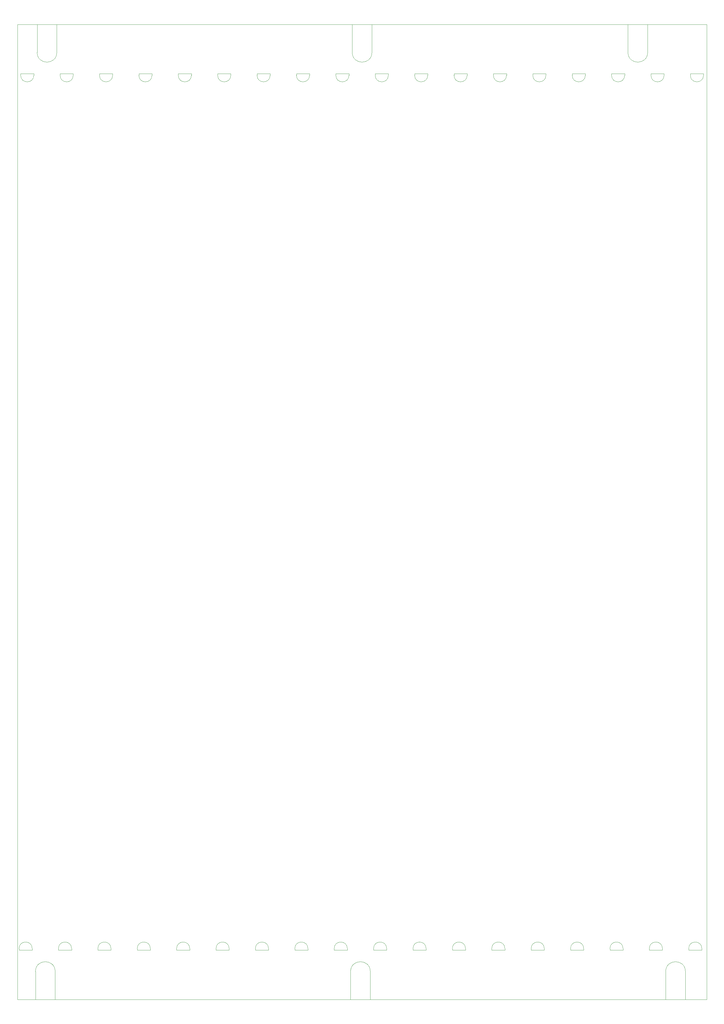
<source format=gbr>
G04 Generated by CircuitCAM 6.1.5.1159*
%FSLAX23Y23*%
%MOMM*%
%ADD10C,0.100000*%
%LNBoardOutline*%
%LPD*%
G54D10*
X-105000Y-148500D02*
X105000Y-148500D01*
X105000Y148500D01*
X-105000Y148500D01*
X-105000Y-148500D01*
X32000Y133501D02*
X28000Y133501D01*
X28000Y133000D01*
G75*
G03X32000Y133000I2000J0D01*
G74*
G01*
X32000Y133501D01*
X-44500Y-133498D02*
X-40499Y-133498D01*
X-40499Y-133001D01*
G75*
G03X-44500Y-133001I-2000J0D01*
G74*
G01*
X-44500Y-133498D01*
X-20499Y-133498D02*
X-16499Y-133498D01*
X-16499Y-133001D01*
G75*
G03X-20499Y-133001I-2000J0D01*
G74*
G01*
X-20499Y-133498D01*
X-32501Y-133498D02*
X-28500Y-133498D01*
X-28500Y-133001D01*
G75*
G03X-32501Y-133001I-2000J0D01*
G74*
G01*
X-32501Y-133498D01*
X99500Y-133498D02*
X103501Y-133498D01*
X103501Y-133001D01*
G75*
G03X99500Y-133001I-2000J0D01*
G74*
G01*
X99500Y-133498D01*
X87499Y-133498D02*
X91499Y-133498D01*
X91499Y-133001D01*
G75*
G03X87499Y-133001I-2000J0D01*
G74*
G01*
X87499Y-133498D01*
X-8500Y-133498D02*
X-4500Y-133498D01*
X-4500Y-133001D01*
G75*
G03X-8500Y-133001I-2000J0D01*
G74*
G01*
X-8500Y-133498D01*
X3501Y-133498D02*
X7499Y-133498D01*
X7499Y-133001D01*
G75*
G03X3501Y-133001I-1999J0D01*
G74*
G01*
X3501Y-133498D01*
X51499Y-133498D02*
X55500Y-133498D01*
X55500Y-133001D01*
G75*
G03X51499Y-133001I-2000J0D01*
G74*
G01*
X51499Y-133498D01*
X63501Y-133498D02*
X67499Y-133498D01*
X67499Y-133001D01*
G75*
G03X63501Y-133001I-1999J0D01*
G74*
G01*
X63501Y-133498D01*
X75500Y-133498D02*
X79500Y-133498D01*
X79500Y-133001D01*
G75*
G03X75500Y-133001I-2000J0D01*
G74*
G01*
X75500Y-133498D01*
X39500Y-133498D02*
X43501Y-133498D01*
X43501Y-133001D01*
G75*
G03X39500Y-133001I-2000J0D01*
G74*
G01*
X39500Y-133498D01*
X27499Y-133498D02*
X31499Y-133498D01*
X31499Y-133001D01*
G75*
G03X27499Y-133001I-2000J0D01*
G74*
G01*
X27499Y-133498D01*
X15500Y-133498D02*
X19501Y-133498D01*
X19501Y-133001D01*
G75*
G03X15500Y-133001I-2000J0D01*
G74*
G01*
X15500Y-133498D01*
X-56499Y-133498D02*
X-52501Y-133498D01*
X-52501Y-133001D01*
G75*
G03X-56499Y-133001I-1999J0D01*
G74*
G01*
X-56499Y-133498D01*
X-104500Y-133498D02*
X-100499Y-133498D01*
X-100499Y-133001D01*
G75*
G03X-104500Y-133001I-2000J0D01*
G74*
G01*
X-104500Y-133498D01*
X-68500Y-133498D02*
X-64500Y-133498D01*
X-64500Y-133001D01*
G75*
G03X-68500Y-133001I-2000J0D01*
G74*
G01*
X-68500Y-133498D01*
X-80499Y-133498D02*
X-76499Y-133498D01*
X-76499Y-133001D01*
G75*
G03X-80499Y-133001I-2000J0D01*
G74*
G01*
X-80499Y-133498D01*
X-92501Y-133498D02*
X-88500Y-133498D01*
X-88500Y-133001D01*
G75*
G03X-92501Y-133001I-2000J0D01*
G74*
G01*
X-92501Y-133498D01*
X20002Y133501D02*
X16001Y133501D01*
X16001Y133000D01*
G75*
G03X20002Y133000I2000J0D01*
G74*
G01*
X20002Y133501D01*
X44002Y133501D02*
X40001Y133501D01*
X40001Y133000D01*
G75*
G03X44002Y133000I2000J0D01*
G74*
G01*
X44002Y133501D01*
X-99998Y133501D02*
X-103999Y133501D01*
X-103999Y133000D01*
G75*
G03X-99998Y133000I2000J0D01*
G74*
G01*
X-99998Y133501D01*
X92000Y133501D02*
X88000Y133501D01*
X88000Y133000D01*
G75*
G03X92000Y133000I2000J0D01*
G74*
G01*
X92000Y133501D01*
X80001Y133501D02*
X76001Y133501D01*
X76001Y133000D01*
G75*
G03X80001Y133000I2000J0D01*
G74*
G01*
X80001Y133501D01*
X68000Y133501D02*
X64002Y133501D01*
X64002Y133000D01*
G75*
G03X68000Y133000I1999J0D01*
G74*
G01*
X68000Y133501D01*
X104002Y133501D02*
X100001Y133501D01*
X100001Y133000D01*
G75*
G03X104002Y133000I2000J0D01*
G74*
G01*
X104002Y133501D01*
X56001Y133501D02*
X52000Y133501D01*
X52000Y133000D01*
G75*
G03X56001Y133000I2000J0D01*
G74*
G01*
X56001Y133501D01*
X-16000Y133501D02*
X-19998Y133501D01*
X-19998Y133000D01*
G75*
G03X-16000Y133000I1999J0D01*
G74*
G01*
X-16000Y133501D01*
X-27999Y133501D02*
X-32000Y133501D01*
X-32000Y133000D01*
G75*
G03X-27999Y133000I2000J0D01*
G74*
G01*
X-27999Y133501D01*
X-39998Y133501D02*
X-43999Y133501D01*
X-43999Y133000D01*
G75*
G03X-39998Y133000I2000J0D01*
G74*
G01*
X-39998Y133501D01*
X-76000Y133501D02*
X-79998Y133501D01*
X-79998Y133000D01*
G75*
G03X-76000Y133000I1999J0D01*
G74*
G01*
X-76000Y133501D01*
X-63999Y133501D02*
X-67999Y133501D01*
X-67999Y133000D01*
G75*
G03X-63999Y133000I2000J0D01*
G74*
G01*
X-63999Y133501D01*
X-52000Y133501D02*
X-56000Y133501D01*
X-56000Y133000D01*
G75*
G03X-52000Y133000I2000J0D01*
G74*
G01*
X-52000Y133501D01*
X-3999Y133501D02*
X-7999Y133501D01*
X-7999Y133000D01*
G75*
G03X-3999Y133000I2000J0D01*
G74*
G01*
X-3999Y133501D01*
X8000Y133501D02*
X4000Y133501D01*
X4000Y133000D01*
G75*
G03X8000Y133000I2000J0D01*
G74*
G01*
X8000Y133501D01*
X-87999Y133501D02*
X-92000Y133501D01*
X-92000Y133000D01*
G75*
G03X-87999Y133000I2000J0D01*
G74*
G01*
X-87999Y133501D01*
X-93497Y-148495D02*
X-93499Y-140001D01*
G75*
G03X-99501Y-140001I-3001J0D01*
G74*
G01*
X-99501Y-148496D01*
X2497Y-148488D02*
X2500Y-140001D01*
G75*
G03X-3499Y-140001I-3000J0D01*
G74*
G01*
X-3501Y-148499D01*
X98497Y-148493D02*
X98500Y-140001D01*
G75*
G03X92500Y-140001I-3000J0D01*
G74*
G01*
X92498Y-148498D01*
X-93004Y148505D02*
X-92998Y140001D01*
G75*
G02X-99000Y140001I-3001J0D01*
G74*
G01*
X-98990Y148510D01*
X2998Y148477D02*
X3001Y140001D01*
G75*
G02X-2998Y140001I-3000J0D01*
G74*
G01*
X-3001Y148493D01*
X87002Y148491D02*
X87002Y140001D01*
G75*
G02X81000Y140001I-3001J0D01*
G74*
G01*
X80997Y148494D01*
M02*

</source>
